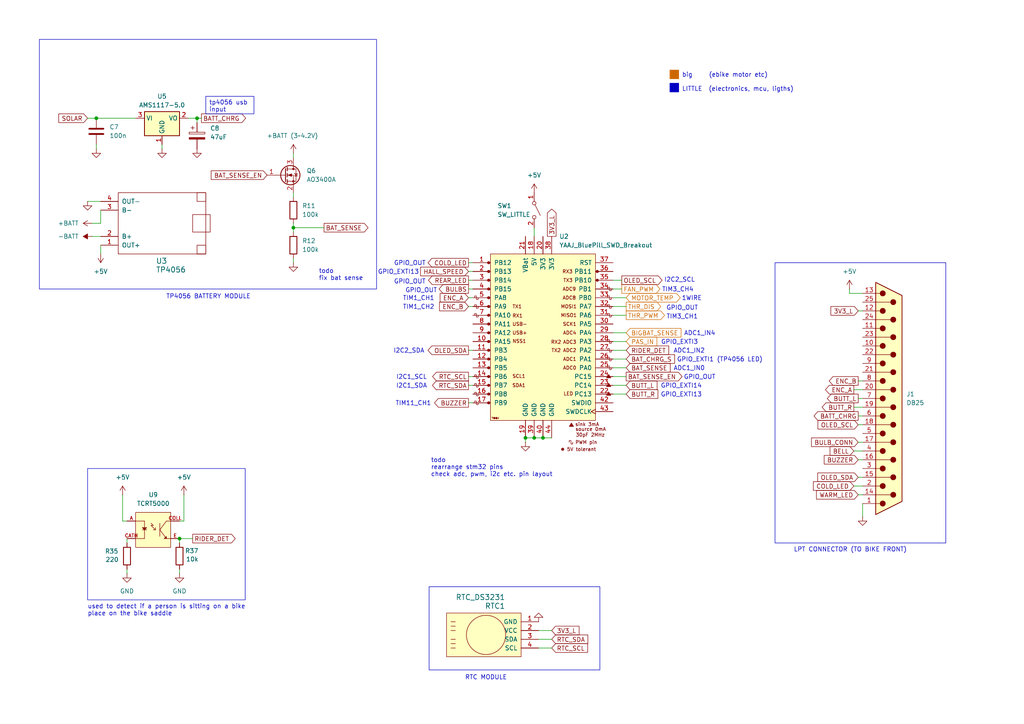
<source format=kicad_sch>
(kicad_sch (version 20231120) (generator "eeschema") (generator_version "8.0")
  (paper "A4")
  (lib_symbols
    (symbol "Connector:DB25_Plug" (pin_names (offset 1.016) hide)
      (property "Reference" "J" (at 0 34.29 0))
      (property "Value" "DB25_Plug" (at 0 -34.925 0))
      (symbol "DB25_Plug_0_1"
        (circle (center -1.778 -30.48) (radius 0.762) (fill (type outline)))
        (circle (center -1.778 -25.4) (radius 0.762) (fill (type outline)))
        (circle (center -1.778 -20.32) (radius 0.762) (fill (type outline)))
        (circle (center -1.778 -15.24) (radius 0.762) (fill (type outline)))
        (circle (center -1.778 -10.16) (radius 0.762) (fill (type outline)))
        (circle (center -1.778 -5.08) (radius 0.762) (fill (type outline)))
        (circle (center -1.778 0) (radius 0.762) (fill (type outline)))
        (circle (center -1.778 5.08) (radius 0.762) (fill (type outline)))
        (circle (center -1.778 10.16) (radius 0.762) (fill (type outline)))
        (circle (center -1.778 15.24) (radius 0.762) (fill (type outline)))
        (circle (center -1.778 20.32) (radius 0.762) (fill (type outline)))
        (circle (center -1.778 25.4) (radius 0.762) (fill (type outline)))
        (circle (center -1.778 30.48) (radius 0.762) (fill (type outline)))
        (polyline (pts (xy -3.81 -30.48) (xy -2.54 -30.48)))
        (polyline (pts (xy -3.81 -27.94) (xy 0.508 -27.94)))
        (polyline (pts (xy -3.81 -25.4) (xy -2.54 -25.4)))
        (polyline (pts (xy -3.81 -22.86) (xy 0.508 -22.86)))
        (polyline (pts (xy -3.81 -20.32) (xy -2.54 -20.32)))
        (polyline (pts (xy -3.81 -17.78) (xy 0.508 -17.78)))
        (polyline (pts (xy -3.81 -15.24) (xy -2.54 -15.24)))
        (polyline (pts (xy -3.81 -12.7) (xy 0.508 -12.7)))
        (polyline (pts (xy -3.81 -10.16) (xy -2.54 -10.16)))
        (polyline (pts (xy -3.81 -7.62) (xy 0.508 -7.62)))
        (polyline (pts (xy -3.81 -5.08) (xy -2.54 -5.08)))
        (polyline (pts (xy -3.81 -2.54) (xy 0.508 -2.54)))
        (polyline (pts (xy -3.81 0) (xy -2.54 0)))
        (polyline (pts (xy -3.81 2.54) (xy 0.508 2.54)))
        (polyline (pts (xy -3.81 5.08) (xy -2.54 5.08)))
        (polyline (pts (xy -3.81 7.62) (xy 0.508 7.62)))
        (polyline (pts (xy -3.81 10.16) (xy -2.54 10.16)))
        (polyline (pts (xy -3.81 12.7) (xy 0.508 12.7)))
        (polyline (pts (xy -3.81 15.24) (xy -2.54 15.24)))
        (polyline (pts (xy -3.81 17.78) (xy 0.508 17.78)))
        (polyline (pts (xy -3.81 20.32) (xy -2.54 20.32)))
        (polyline (pts (xy -3.81 22.86) (xy 0.508 22.86)))
        (polyline (pts (xy -3.81 25.4) (xy -2.54 25.4)))
        (polyline (pts (xy -3.81 27.94) (xy 0.508 27.94)))
        (polyline (pts (xy -3.81 30.48) (xy -2.54 30.48)))
        (polyline (pts (xy -3.81 -33.655) (xy 3.81 -29.845) (xy 3.81 29.845) (xy -3.81 33.655) (xy -3.81 -33.655)) (stroke (width 0.254)) (fill (type background)))
        (circle (center 1.27 -27.94) (radius 0.762) (fill (type outline)))
        (circle (center 1.27 -22.86) (radius 0.762) (fill (type outline)))
        (circle (center 1.27 -17.78) (radius 0.762) (fill (type outline)))
        (circle (center 1.27 -12.7) (radius 0.762) (fill (type outline)))
        (circle (center 1.27 -7.62) (radius 0.762) (fill (type outline)))
        (circle (center 1.27 -2.54) (radius 0.762) (fill (type outline)))
        (circle (center 1.27 2.54) (radius 0.762) (fill (type outline)))
        (circle (center 1.27 7.62) (radius 0.762) (fill (type outline)))
        (circle (center 1.27 12.7) (radius 0.762) (fill (type outline)))
        (circle (center 1.27 17.78) (radius 0.762) (fill (type outline)))
        (circle (center 1.27 22.86) (radius 0.762) (fill (type outline)))
        (circle (center 1.27 27.94) (radius 0.762) (fill (type outline)))
      )
      (symbol "DB25_Plug_1_1"
        (pin passive line (at -7.62 -30.48 0) (length 3.81) (name "1") (number "1"))
        (pin passive line (at -7.62 15.24 0) (length 3.81) (name "10") (number "10"))
        (pin passive line (at -7.62 20.32 0) (length 3.81) (name "11") (number "11"))
        (pin passive line (at -7.62 25.4 0) (length 3.81) (name "12") (number "12"))
        (pin passive line (at -7.62 30.48 0) (length 3.81) (name "13") (number "13"))
        (pin passive line (at -7.62 -27.94 0) (length 3.81) (name "P14") (number "14"))
        (pin passive line (at -7.62 -22.86 0) (length 3.81) (name "P15") (number "15"))
        (pin passive line (at -7.62 -17.78 0) (length 3.81) (name "P16") (number "16"))
        (pin passive line (at -7.62 -12.7 0) (length 3.81) (name "P17") (number "17"))
        (pin passive line (at -7.62 -7.62 0) (length 3.81) (name "P18") (number "18"))
        (pin passive line (at -7.62 -2.54 0) (length 3.81) (name "P19") (number "19"))
        (pin passive line (at -7.62 -25.4 0) (length 3.81) (name "2") (number "2"))
        (pin passive line (at -7.62 2.54 0) (length 3.81) (name "P20") (number "20"))
        (pin passive line (at -7.62 7.62 0) (length 3.81) (name "P21") (number "21"))
        (pin passive line (at -7.62 12.7 0) (length 3.81) (name "P22") (number "22"))
        (pin passive line (at -7.62 17.78 0) (length 3.81) (name "P23") (number "23"))
        (pin passive line (at -7.62 22.86 0) (length 3.81) (name "P24") (number "24"))
        (pin passive line (at -7.62 27.94 0) (length 3.81) (name "P25") (number "25"))
        (pin passive line (at -7.62 -20.32 0) (length 3.81) (name "3") (number "3"))
        (pin passive line (at -7.62 -15.24 0) (length 3.81) (name "4") (number "4"))
        (pin passive line (at -7.62 -10.16 0) (length 3.81) (name "5") (number "5"))
        (pin passive line (at -7.62 -5.08 0) (length 3.81) (name "6") (number "6"))
        (pin passive line (at -7.62 0 0) (length 3.81) (name "7") (number "7"))
        (pin passive line (at -7.62 5.08 0) (length 3.81) (name "8") (number "8"))
        (pin passive line (at -7.62 10.16 0) (length 3.81) (name "9") (number "9"))
      )
    )
    (symbol "Device:C" (pin_numbers hide) (pin_names (offset 0.254))
      (property "Reference" "C" (at 0.635 2.54 0))
      (property "Value" "C" (at 0.635 -2.54 0))
      (symbol "C_0_1"
        (polyline (pts (xy -2.032 -0.762) (xy 2.032 -0.762)) (stroke (width 0.508)))
        (polyline (pts (xy -2.032 0.762) (xy 2.032 0.762)) (stroke (width 0.508)))
      )
      (symbol "C_1_1"
        (pin passive line (at 0 3.81 270) (length 2.794) (name "~") (number "1"))
        (pin passive line (at 0 -3.81 90) (length 2.794) (name "~") (number "2"))
      )
    )
    (symbol "Device:C_Polarized" (pin_numbers hide) (pin_names (offset 0.254))
      (property "Reference" "C" (at 0.635 2.54 0))
      (property "Value" "C_Polarized" (at 0.635 -2.54 0))
      (symbol "C_Polarized_0_1"
        (rectangle (start -2.286 0.508) (end 2.286 1.016))
        (polyline (pts (xy -1.778 2.286) (xy -0.762 2.286)))
        (polyline (pts (xy -1.27 2.794) (xy -1.27 1.778)))
        (rectangle (start 2.286 -0.508) (end -2.286 -1.016) (fill (type outline)))
      )
      (symbol "C_Polarized_1_1"
        (pin passive line (at 0 3.81 270) (length 2.794) (name "~") (number "1"))
        (pin passive line (at 0 -3.81 90) (length 2.794) (name "~") (number "2"))
      )
    )
    (symbol "Device:R" (pin_numbers hide) (pin_names (offset 0))
      (property "Reference" "R" (at 2.032 0 90))
      (property "Value" "R" (at 0 0 90))
      (symbol "R_0_1"
        (rectangle (start -1.016 -2.54) (end 1.016 2.54) (stroke (width 0.254)))
      )
      (symbol "R_1_1"
        (pin passive line (at 0 3.81 270) (length 1.27) (name "~") (number "1"))
        (pin passive line (at 0 -3.81 90) (length 1.27) (name "~") (number "2"))
      )
    )
    (symbol "Regulator_Linear:AMS1117-5.0"
      (property "Reference" "U" (at -3.81 3.175 0))
      (property "Value" "AMS1117-5.0" (at 0 3.175 0))
      (symbol "AMS1117-5.0_0_1"
        (rectangle (start -5.08 -5.08) (end 5.08 1.905) (stroke (width 0.254)) (fill (type background)))
      )
      (symbol "AMS1117-5.0_1_1"
        (pin power_in line (at 0 -7.62 90) (length 2.54) (name "GND") (number "1"))
        (pin power_out line (at 7.62 0 180) (length 2.54) (name "VO") (number "2"))
        (pin power_in line (at -7.62 0 0) (length 2.54) (name "VI") (number "3"))
      )
    )
    (symbol "Switch:SW_SPST" (pin_names (offset 0) hide)
      (property "Reference" "SW" (at 0 3.175 0))
      (property "Value" "SW_SPST" (at 0 -2.54 0))
      (symbol "SW_SPST_0_0"
        (circle (center -2.032 0) (radius 0.508))
        (polyline (pts (xy -1.524 0.254) (xy 1.524 1.778)))
        (circle (center 2.032 0) (radius 0.508))
      )
      (symbol "SW_SPST_1_1"
        (pin passive line (at -5.08 0 0) (length 2.54) (name "A") (number "1"))
        (pin passive line (at 5.08 0 180) (length 2.54) (name "B") (number "2"))
      )
    )
    (symbol "TCRT5000:TCRT5000" (pin_names (offset 1.016))
      (property "Reference" "U" (at -5.0887 5.7248 0))
      (property "Value" "TCRT5000" (at -5.0838 -5.7193 0))
      (symbol "TCRT5000_0_0"
        (rectangle (start -5.08 -5.08) (end 5.08 5.08) (stroke (width 0.1524)) (fill (type background)))
        (polyline (pts (xy -5.08 2.54) (xy -2.54 2.54)) (stroke (width 0.1524)))
        (polyline (pts (xy -3.175 0) (xy -1.905 0)) (stroke (width 0.1524)))
        (polyline (pts (xy -2.54 -2.54) (xy -5.08 -2.54)) (stroke (width 0.1524)))
        (polyline (pts (xy -2.54 2.54) (xy -2.54 -2.54)) (stroke (width 0.1524)))
        (polyline (pts (xy -0.635 1.27) (xy 0.635 0)) (stroke (width 0.1524)))
        (polyline (pts (xy -0.635 1.905) (xy 0 1.27)) (stroke (width 0.1524)))
        (polyline (pts (xy 0 1.27) (xy -0.635 1.27)) (stroke (width 0.1524)))
        (polyline (pts (xy 0.635 0) (xy 0 0)) (stroke (width 0.1524)))
        (polyline (pts (xy 0.635 0.635) (xy 0.635 0)) (stroke (width 0.1524)))
        (polyline (pts (xy 1.905 0) (xy 1.905 -1.905)) (stroke (width 0.1524)))
        (polyline (pts (xy 1.905 0) (xy 3.81 -2.54)) (stroke (width 0.1524)))
        (polyline (pts (xy 1.905 0) (xy 3.81 2.54)) (stroke (width 0.1524)))
        (polyline (pts (xy 1.905 1.905) (xy 1.905 0)) (stroke (width 0.1524)))
        (polyline (pts (xy 3.81 -2.54) (xy 5.08 -2.54)) (stroke (width 0.1524)))
        (polyline (pts (xy 3.81 2.54) (xy 5.08 2.54)) (stroke (width 0.1524)))
        (polyline (pts (xy -3.175 0.635) (xy -1.905 0.635) (xy -2.54 0) (xy -3.175 0.635)) (stroke (width 0.1524)) (fill (type outline)))
        (polyline (pts (xy 3.175 -2.54) (xy 3.81 -2.54) (xy 3.81 -1.905) (xy 3.175 -2.54)) (stroke (width 0.1524)) (fill (type outline)))
        (pin passive line (at -7.62 2.54 0) (length 2.54) (name "~") (number "A"))
        (pin passive line (at -7.62 -2.54 0) (length 2.54) (name "~") (number "CATH"))
        (pin passive line (at 7.62 2.54 180) (length 2.54) (name "~") (number "COLL"))
        (pin passive line (at 7.62 -2.54 180) (length 2.54) (name "~") (number "E"))
      )
    )
    (symbol "Transistor_FET:AO3400A" (pin_names hide)
      (property "Reference" "Q" (at 5.08 1.905 0))
      (property "Value" "AO3400A" (at 5.08 0 0))
      (symbol "AO3400A_0_1"
        (polyline (pts (xy 0.254 0) (xy -2.54 0)))
        (polyline (pts (xy 0.254 1.905) (xy 0.254 -1.905)) (stroke (width 0.254)))
        (polyline (pts (xy 0.762 -1.27) (xy 0.762 -2.286)) (stroke (width 0.254)))
        (polyline (pts (xy 0.762 0.508) (xy 0.762 -0.508)) (stroke (width 0.254)))
        (polyline (pts (xy 0.762 2.286) (xy 0.762 1.27)) (stroke (width 0.254)))
        (polyline (pts (xy 2.54 2.54) (xy 2.54 1.778)))
        (polyline (pts (xy 2.54 -2.54) (xy 2.54 0) (xy 0.762 0)))
        (polyline (pts (xy 0.762 -1.778) (xy 3.302 -1.778) (xy 3.302 1.778) (xy 0.762 1.778)))
        (polyline (pts (xy 1.016 0) (xy 2.032 0.381) (xy 2.032 -0.381) (xy 1.016 0)) (fill (type outline)))
        (polyline (pts (xy 2.794 0.508) (xy 2.921 0.381) (xy 3.683 0.381) (xy 3.81 0.254)))
        (polyline (pts (xy 3.302 0.381) (xy 2.921 -0.254) (xy 3.683 -0.254) (xy 3.302 0.381)))
        (circle (center 1.651 0) (radius 2.794) (stroke (width 0.254)))
        (circle (center 2.54 -1.778) (radius 0.254) (fill (type outline)))
        (circle (center 2.54 1.778) (radius 0.254) (fill (type outline)))
      )
      (symbol "AO3400A_1_1"
        (pin input line (at -5.08 0 0) (length 2.54) (name "G") (number "1"))
        (pin passive line (at 2.54 -5.08 90) (length 2.54) (name "S") (number "2"))
        (pin passive line (at 2.54 5.08 270) (length 2.54) (name "D") (number "3"))
      )
    )
    (symbol "YAAJ_BluePill_SWD_Breakout:YAAJ_BluePill_SWD_Breakout" (pin_names (offset 1.016))
      (property "Reference" "U" (at -13.97 24.13 0))
      (property "Value" "YAAJ_BluePill_SWD_Breakout" (at 0 -1.27 90))
      (symbol "YAAJ_BluePill_SWD_Breakout_0_0"
        (circle (center -15.748 -20.32) (radius 0.3556) (fill (type outline)))
        (circle (center -15.748 -17.78) (radius 0.3556) (fill (type outline)))
        (circle (center -15.748 -15.24) (radius 0.3556) (fill (type outline)))
        (circle (center -15.748 -12.7) (radius 0.3556) (fill (type outline)))
        (circle (center -15.748 -10.16) (radius 0.3556) (fill (type outline)))
        (circle (center -15.748 -7.62) (radius 0.3556) (fill (type outline)))
        (circle (center -15.748 -5.08) (radius 0.3556) (fill (type outline)))
        (circle (center -15.748 -2.54) (radius 0.3556) (fill (type outline)))
        (circle (center -15.748 0) (radius 0.3556) (fill (type outline)))
        (circle (center -15.748 2.54) (radius 0.3556) (fill (type outline)))
        (circle (center -15.748 5.08) (radius 0.3556) (fill (type outline)))
        (circle (center -15.748 7.62) (radius 0.3556) (fill (type outline)))
        (circle (center -15.748 10.16) (radius 0.3556) (fill (type outline)))
        (circle (center -15.748 12.7) (radius 0.3556) (fill (type outline)))
        (circle (center -15.748 15.24) (radius 0.3556) (fill (type outline)))
        (circle (center -15.748 20.32) (radius 0.3556) (fill (type outline)))
        (polyline (pts (xy 7.62 -27.178) (xy 8.255 -26.162) (xy 8.89 -27.178) (xy 7.62 -27.178) (xy 8.255 -26.289) (xy 8.763 -27.178) (xy 7.747 -27.051) (xy 8.255 -26.416) (xy 8.636 -27.178) (xy 7.874 -26.924) (xy 8.382 -26.543) (xy 8.509 -27.178) (xy 8.001 -26.797) (xy 8.509 -26.67) (xy 8.382 -27.051) (xy 8.128 -26.797) (xy 8.382 -26.924) (xy 8.255 -26.67)))
        (polyline (pts (xy 18.415 -18.161) (xy 19.05 -17.145) (xy 19.685 -18.161) (xy 18.415 -18.161) (xy 19.05 -17.272) (xy 19.558 -18.161) (xy 18.542 -18.034) (xy 19.05 -17.399) (xy 19.431 -18.161) (xy 18.669 -17.907) (xy 19.177 -17.526) (xy 19.304 -18.161) (xy 18.796 -17.78) (xy 19.304 -17.653) (xy 19.177 -18.034) (xy 18.923 -17.78) (xy 19.177 -17.907) (xy 19.05 -17.653)))
        (polyline (pts (xy 18.415 -15.621) (xy 19.05 -14.605) (xy 19.685 -15.621) (xy 18.415 -15.621) (xy 19.05 -14.732) (xy 19.558 -15.621) (xy 18.542 -15.494) (xy 19.05 -14.859) (xy 19.431 -15.621) (xy 18.669 -15.367) (xy 19.177 -14.986) (xy 19.304 -15.621) (xy 18.796 -15.24) (xy 19.304 -15.113) (xy 19.177 -15.494) (xy 18.923 -15.24) (xy 19.177 -15.367) (xy 19.05 -15.113)))
        (polyline (pts (xy 18.415 -13.081) (xy 19.05 -12.065) (xy 19.685 -13.081) (xy 18.415 -13.081) (xy 19.05 -12.192) (xy 19.558 -13.081) (xy 18.542 -12.954) (xy 19.05 -12.319) (xy 19.431 -13.081) (xy 18.669 -12.827) (xy 19.177 -12.446) (xy 19.304 -13.081) (xy 18.796 -12.7) (xy 19.304 -12.573) (xy 19.177 -12.954) (xy 18.923 -12.7) (xy 19.177 -12.827) (xy 19.05 -12.573)))
        (circle (center 5.715 -33.782) (radius 0.127) (fill (type outline)))
        (circle (center 5.715 -33.782) (radius 0.254))
        (circle (center 5.715 -33.782) (radius 0.3556))
        (circle (center 15.748 15.24) (radius 0.254) (fill (type outline)))
        (circle (center 15.748 15.24) (radius 0.3556))
        (circle (center 15.748 17.78) (radius 0.254) (fill (type outline)))
        (circle (center 15.748 17.78) (radius 0.3556))
        (text "30pF 2MHz" (at 13.716 -29.591 0) (effects (font (size 0.9906 0.9906))))
        (text "5V tolerant" (at 11.176 -33.782 0) (effects (font (size 0.9906 0.9906))))
        (text "ADC0" (at 7.747 -10.16 0) (effects (font (size 0.9906 0.9906))))
        (text "ADC1" (at 7.747 -7.62 0) (effects (font (size 0.9906 0.9906))))
        (text "ADC2" (at 7.747 -5.08 0) (effects (font (size 0.9906 0.9906))))
        (text "ADC3" (at 7.747 -2.667 0) (effects (font (size 0.9906 0.9906))))
        (text "ADC4" (at 7.747 0 0) (effects (font (size 0.9906 0.9906))))
        (text "ADC8" (at 7.62 10.16 0) (effects (font (size 0.9906 0.9906))))
        (text "ADC9" (at 7.62 12.7 0) (effects (font (size 0.9906 0.9906))))
        (text "LED" (at 7.366 -17.653 0) (effects (font (size 0.9906 0.9906))))
        (text "MISO1" (at 7.493 5.08 0) (effects (font (size 0.9906 0.9906))))
        (text "MOSI1" (at 7.493 7.62 0) (effects (font (size 0.9906 0.9906))))
        (text "NSS1" (at -6.858 -2.413 0) (effects (font (size 0.9906 0.9906))))
        (text "PWM pin" (at 12.573 -31.75 0) (effects (font (size 0.9906 0.9906))))
        (text "RX1" (at -7.366 4.953 0) (effects (font (size 0.9906 0.9906))))
        (text "RX2" (at 3.81 -2.667 0) (effects (font (size 0.9906 0.9906))))
        (text "RX3" (at 7.112 17.78 0) (effects (font (size 0.9906 0.9906))))
        (text "SCK1" (at 7.747 2.54 0) (effects (font (size 0.9906 0.9906))))
        (text "SCL1" (at -6.985 -12.573 0) (effects (font (size 0.9906 0.9906))))
        (text "SDA1" (at -6.985 -15.24 0) (effects (font (size 0.9906 0.9906))))
        (text "sink 3mA" (at 12.827 -26.543 0) (effects (font (size 0.9906 0.9906))))
        (text "source 0mA" (at 13.843 -27.94 0) (effects (font (size 0.9906 0.9906))))
        (text "TX1" (at -7.493 7.62 0) (effects (font (size 0.9906 0.9906))))
        (text "TX2" (at 3.81 -5.08 0) (effects (font (size 0.9906 0.9906))))
        (text "TX3" (at 7.239 15.24 0) (effects (font (size 0.9906 0.9906))))
        (text "USB+" (at -6.731 0 0) (effects (font (size 0.9906 0.9906))))
        (text "USB-" (at -6.731 2.54 0) (effects (font (size 0.9906 0.9906))))
        (text "Y@@J" (at -13.8176 -24.6888 0) (effects (font (size 0.508 0.508))))
      )
      (symbol "YAAJ_BluePill_SWD_Breakout_0_1"
        (rectangle (start -15.24 22.86) (end 15.24 -25.4) (fill (type background)))
        (polyline (pts (xy -18.796 -20.32) (xy -18.796 -20.828) (xy -19.304 -20.828) (xy -19.304 -19.812) (xy -19.812 -19.812) (xy -19.812 -20.32)))
        (polyline (pts (xy -18.796 -17.78) (xy -18.796 -18.288) (xy -19.304 -18.288) (xy -19.304 -17.272) (xy -19.812 -17.272) (xy -19.812 -17.78)))
        (polyline (pts (xy -18.796 -15.24) (xy -18.796 -15.748) (xy -19.304 -15.748) (xy -19.304 -14.732) (xy -19.812 -14.732) (xy -19.812 -15.24)))
        (polyline (pts (xy -18.796 -12.7) (xy -18.796 -13.208) (xy -19.304 -13.208) (xy -19.304 -12.192) (xy -19.812 -12.192) (xy -19.812 -12.7)))
        (polyline (pts (xy -18.796 5.08) (xy -18.796 4.572) (xy -19.304 4.572) (xy -19.304 5.588) (xy -19.812 5.588) (xy -19.812 5.08)))
        (polyline (pts (xy -18.796 7.62) (xy -18.796 7.112) (xy -19.304 7.112) (xy -19.304 8.128) (xy -19.812 8.128) (xy -19.812 7.62)))
        (polyline (pts (xy -18.796 10.16) (xy -18.796 9.652) (xy -19.304 9.652) (xy -19.304 10.668) (xy -19.812 10.668) (xy -19.812 10.16)))
        (polyline (pts (xy 8.636 -31.75) (xy 8.636 -32.258) (xy 8.128 -32.258) (xy 8.128 -31.242) (xy 7.62 -31.242) (xy 7.62 -31.75)))
        (polyline (pts (xy 19.812 -10.16) (xy 19.812 -10.668) (xy 19.304 -10.668) (xy 19.304 -9.652) (xy 18.796 -9.652) (xy 18.796 -10.16)))
        (polyline (pts (xy 19.812 -7.62) (xy 19.812 -8.128) (xy 19.304 -8.128) (xy 19.304 -7.112) (xy 18.796 -7.112) (xy 18.796 -7.62)))
        (polyline (pts (xy 19.812 -5.08) (xy 19.812 -5.588) (xy 19.304 -5.588) (xy 19.304 -4.572) (xy 18.796 -4.572) (xy 18.796 -5.08)))
        (polyline (pts (xy 19.812 -2.54) (xy 19.812 -3.048) (xy 19.304 -3.048) (xy 19.304 -2.032) (xy 18.796 -2.032) (xy 18.796 -2.54)))
        (polyline (pts (xy 19.812 5.08) (xy 19.812 4.572) (xy 19.304 4.572) (xy 19.304 5.588) (xy 18.796 5.588) (xy 18.796 5.08)))
        (polyline (pts (xy 19.812 7.62) (xy 19.812 7.112) (xy 19.304 7.112) (xy 19.304 8.128) (xy 18.796 8.128) (xy 18.796 7.62)))
        (polyline (pts (xy 19.812 10.16) (xy 19.812 9.652) (xy 19.304 9.652) (xy 19.304 10.668) (xy 18.796 10.668) (xy 18.796 10.16)))
        (polyline (pts (xy 19.812 12.7) (xy 19.812 12.192) (xy 19.304 12.192) (xy 19.304 13.208) (xy 18.796 13.208) (xy 18.796 12.7)))
      )
      (symbol "YAAJ_BluePill_SWD_Breakout_1_1"
        (circle (center -15.748 17.78) (radius 0.3556) (fill (type outline)))
        (pin bidirectional line (at -20.32 20.32 0) (length 5.08) (name "PB12") (number "1"))
        (pin bidirectional line (at -20.32 -2.54 0) (length 5.08) (name "PA15") (number "10"))
        (pin bidirectional line (at -20.32 -5.08 0) (length 5.08) (name "PB3") (number "11"))
        (pin bidirectional line (at -20.32 -7.62 0) (length 5.08) (name "PB4") (number "12"))
        (pin bidirectional line (at -20.32 -10.16 0) (length 5.08) (name "PB5") (number "13"))
        (pin bidirectional line (at -20.32 -12.7 0) (length 5.08) (name "PB6") (number "14"))
        (pin bidirectional line (at -20.32 -15.24 0) (length 5.08) (name "PB7") (number "15"))
        (pin bidirectional line (at -20.32 -17.78 0) (length 5.08) (name "PB8") (number "16"))
        (pin bidirectional line (at -20.32 -20.32 0) (length 5.08) (name "PB9") (number "17"))
        (pin power_in line (at -2.54 27.94 270) (length 5.08) (name "5V") (number "18"))
        (pin power_in line (at -5.08 -30.48 90) (length 5.08) (name "GND") (number "19"))
        (pin bidirectional line (at -20.32 17.78 0) (length 5.08) (name "PB13") (number "2"))
        (pin power_in line (at 0 27.94 270) (length 5.08) (name "3V3") (number "20"))
        (pin power_in line (at -5.08 27.94 270) (length 5.08) (name "VBat") (number "21"))
        (pin bidirectional line (at 20.32 -17.78 180) (length 5.08) (name "PC13") (number "22"))
        (pin bidirectional line (at 20.32 -15.24 180) (length 5.08) (name "PC14") (number "23"))
        (pin bidirectional line (at 20.32 -12.7 180) (length 5.08) (name "PC15") (number "24"))
        (pin bidirectional line (at 20.32 -10.16 180) (length 5.08) (name "PA0") (number "25"))
        (pin bidirectional line (at 20.32 -7.62 180) (length 5.08) (name "PA1") (number "26"))
        (pin bidirectional line (at 20.32 -5.08 180) (length 5.08) (name "PA2") (number "27"))
        (pin bidirectional line (at 20.32 -2.54 180) (length 5.08) (name "PA3") (number "28"))
        (pin bidirectional line (at 20.32 0 180) (length 5.08) (name "PA4") (number "29"))
        (pin bidirectional line (at -20.32 15.24 0) (length 5.08) (name "PB14") (number "3"))
        (pin bidirectional line (at 20.32 2.54 180) (length 5.08) (name "PA5") (number "30"))
        (pin bidirectional line (at 20.32 5.08 180) (length 5.08) (name "PA6") (number "31"))
        (pin bidirectional line (at 20.32 7.62 180) (length 5.08) (name "PA7") (number "32"))
        (pin bidirectional line (at 20.32 10.16 180) (length 5.08) (name "PB0") (number "33"))
        (pin bidirectional line (at 20.32 12.7 180) (length 5.08) (name "PB1") (number "34"))
        (pin bidirectional line (at 20.32 15.24 180) (length 5.08) (name "PB10") (number "35"))
        (pin bidirectional line (at 20.32 17.78 180) (length 5.08) (name "PB11") (number "36"))
        (pin input line (at 20.32 20.32 180) (length 5.08) (name "RST") (number "37"))
        (pin power_in line (at 2.54 27.94 270) (length 5.08) (name "3V3") (number "38"))
        (pin power_in line (at -2.54 -30.48 90) (length 5.08) (name "GND") (number "39"))
        (pin bidirectional line (at -20.32 12.7 0) (length 5.08) (name "PB15") (number "4"))
        (pin power_in line (at 0 -30.48 90) (length 5.08) (name "GND") (number "40"))
        (pin bidirectional line (at 20.32 -20.32 180) (length 5.08) (name "SWDIO") (number "42"))
        (pin input clock (at 20.32 -22.86 180) (length 5.08) (name "SWDCLK") (number "43"))
        (pin power_in line (at 2.54 -30.48 90) (length 5.08) (name "GND") (number "44"))
        (pin bidirectional line (at -20.32 10.16 0) (length 5.08) (name "PA8") (number "5"))
        (pin bidirectional line (at -20.32 7.62 0) (length 5.08) (name "PA9") (number "6"))
        (pin bidirectional line (at -20.32 5.08 0) (length 5.08) (name "PA10") (number "7"))
        (pin bidirectional line (at -20.32 2.54 0) (length 5.08) (name "PA11") (number "8"))
        (pin bidirectional line (at -20.32 0 0) (length 5.08) (name "PA12") (number "9"))
      )
    )
    (symbol "megasaturnv_custom_components:RTC_DS3231" (pin_names (offset 1.016))
      (property "Reference" "RTC" (at 0 -6.35 0))
      (property "Value" "RTC_DS3231" (at 0 8.89 0))
      (symbol "RTC_DS3231_0_1"
        (rectangle (start -11.43 7.62) (end 10.16 -5.08) (fill (type background)))
        (polyline (pts (xy -10.16 -2.54) (xy -8.89 -2.54)))
        (polyline (pts (xy -10.16 -1.27) (xy -8.89 -1.27)))
        (polyline (pts (xy -10.16 0) (xy -8.89 0)))
        (polyline (pts (xy -10.16 2.54) (xy -8.89 2.54)))
        (polyline (pts (xy -10.16 3.81) (xy -8.89 3.81)))
        (polyline (pts (xy -10.16 5.08) (xy -8.89 5.08)))
        (circle (center 0 1.27) (radius 5.6896))
      )
      (symbol "RTC_DS3231_1_1"
        (pin power_in line (at 15.24 5.08 180) (length 5.08) (name "GND") (number "1"))
        (pin power_in line (at 15.24 2.54 180) (length 5.08) (name "VCC") (number "2"))
        (pin bidirectional line (at 15.24 0 180) (length 5.08) (name "SDA") (number "3"))
        (pin input line (at 15.24 -2.54 180) (length 5.08) (name "SCL") (number "4"))
      )
    )
    (symbol "megasaturnv_custom_components:TP4056" (pin_names (offset 1.016))
      (property "Reference" "U" (at 1.27 -10.16 0))
      (property "Value" "TP4056" (at 1.27 -7.62 0))
      (symbol "TP4056_0_1"
        (rectangle (start -7.62 -17.78) (end -5.08 -20.32))
        (rectangle (start -7.62 5.08) (end 10.16 -20.32))
        (rectangle (start -1.27 -16.51) (end 3.81 -21.59))
        (rectangle (start 7.62 -17.78) (end 10.16 -20.32))
      )
      (symbol "TP4056_1_1"
        (pin power_in line (at -5.08 10.16 270) (length 5.08) (name "OUT+") (number "1"))
        (pin power_in line (at -2.54 10.16 270) (length 5.08) (name "B+") (number "2"))
        (pin power_out line (at 5.08 10.16 270) (length 5.08) (name "B-") (number "3"))
        (pin power_out line (at 7.62 10.16 270) (length 5.08) (name "OUT-") (number "4"))
      )
    )
    (symbol "power:+5V" (power) (pin_numbers hide) (pin_names (offset 0) hide)
      (property "Value" "+5V" (at 0 3.556 0))
      (symbol "+5V_0_1"
        (polyline (pts (xy -0.762 1.27) (xy 0 2.54)))
        (polyline (pts (xy 0 0) (xy 0 2.54)))
        (polyline (pts (xy 0 2.54) (xy 0.762 1.27)))
      )
      (symbol "+5V_1_1"
        (pin power_in line (at 0 0 90) (length 0) (name "~") (number "1"))
      )
    )
    (symbol "power:+BATT" (power) (pin_numbers hide) (pin_names (offset 0) hide)
      (property "Value" "+BATT" (at 0 3.556 0))
      (symbol "+BATT_0_1"
        (polyline (pts (xy -0.762 1.27) (xy 0 2.54)))
        (polyline (pts (xy 0 0) (xy 0 2.54)))
        (polyline (pts (xy 0 2.54) (xy 0.762 1.27)))
      )
      (symbol "+BATT_1_1"
        (pin power_in line (at 0 0 90) (length 0) (name "~") (number "1"))
      )
    )
    (symbol "power:-BATT" (power) (pin_numbers hide) (pin_names (offset 0) hide)
      (property "Value" "-BATT" (at 0 3.556 0))
      (symbol "-BATT_0_1"
        (polyline (pts (xy 0 0) (xy 0 2.54)))
        (polyline (pts (xy 0.762 1.27) (xy -0.762 1.27) (xy 0 2.54) (xy 0.762 1.27)) (fill (type outline)))
      )
      (symbol "-BATT_1_1"
        (pin power_in line (at 0 0 90) (length 0) (name "~") (number "1"))
      )
    )
    (symbol "power:GND" (power) (pin_numbers hide) (pin_names (offset 0) hide)
      (property "Value" "GND" (at 0 -3.81 0))
      (symbol "GND_0_1"
        (polyline (pts (xy 0 0) (xy 0 -1.27) (xy 1.27 -1.27) (xy 0 -2.54) (xy -1.27 -1.27) (xy 0 -1.27)))
      )
      (symbol "GND_1_1"
        (pin power_in line (at 0 0 270) (length 0) (name "~") (number "1"))
      )
    )
  )
  (junction (at 27.94 34.29))
  (junction (at 57.15 34.29))
  (junction (at 154.94 127))
  (junction (at 85.09 66.04))
  (junction (at 157.48 127))
  (junction (at 152.4 127))
  (junction (at 52.07 156.21))
  (wire (pts (xy 135.89 88.9) (xy 137.16 88.9)))
  (wire (pts (xy 36.83 165.1) (xy 36.83 166.37)))
  (wire (pts (xy 181.61 106.68) (xy 177.8 106.68)))
  (wire (pts (xy 58.42 34.29) (xy 57.15 34.29)))
  (wire (pts (xy 52.07 165.1) (xy 52.07 166.37)))
  (wire (pts (xy 160.02 187.96) (xy 156.21 187.96)))
  (wire (pts (xy 181.61 109.22) (xy 177.8 109.22)))
  (wire (pts (xy 248.92 123.19) (xy 250.19 123.19)))
  (wire (pts (xy 177.8 83.82) (xy 180.34 83.82)))
  (wire (pts (xy 135.89 86.36) (xy 137.16 86.36)))
  (wire (pts (xy 246.38 85.09) (xy 250.19 85.09)))
  (wire (pts (xy 36.83 157.48) (xy 36.83 156.21)))
  (wire (pts (xy 52.07 156.21) (xy 52.07 157.48)))
  (wire (pts (xy 85.09 44.45) (xy 85.09 45.72)))
  (wire (pts (xy 46.99 41.91) (xy 46.99 43.18)))
  (wire (pts (xy 52.07 156.21) (xy 55.88 156.21)))
  (wire (pts (xy 177.8 99.06) (xy 181.61 99.06)))
  (wire (pts (xy 250.19 120.65) (xy 248.92 120.65)))
  (wire (pts (xy 85.09 74.93) (xy 85.09 76.2)))
  (wire (pts (xy 177.8 101.6) (xy 181.61 101.6)))
  (wire (pts (xy 85.09 66.04) (xy 85.09 64.77)))
  (wire (pts (xy 181.61 104.14) (xy 177.8 104.14)))
  (wire (pts (xy 247.65 140.97) (xy 250.19 140.97)))
  (wire (pts (xy 152.4 128.27) (xy 152.4 127)))
  (wire (pts (xy 181.61 111.76) (xy 177.8 111.76)))
  (wire (pts (xy 135.89 111.76) (xy 137.16 111.76)))
  (wire (pts (xy 248.92 90.17) (xy 250.19 90.17)))
  (wire (pts (xy 29.21 73.66) (xy 29.21 71.12)))
  (wire (pts (xy 135.89 116.84) (xy 137.16 116.84)))
  (wire (pts (xy 135.89 78.74) (xy 137.16 78.74)))
  (wire (pts (xy 85.09 55.88) (xy 85.09 57.15)))
  (wire (pts (xy 247.65 130.81) (xy 250.19 130.81)))
  (wire (pts (xy 181.61 114.3) (xy 177.8 114.3)))
  (wire (pts (xy 246.38 83.82) (xy 246.38 85.09)))
  (wire (pts (xy 26.67 68.58) (xy 29.21 68.58)))
  (wire (pts (xy 156.21 185.42) (xy 160.02 185.42)))
  (wire (pts (xy 29.21 58.42) (xy 25.4 58.42)))
  (wire (pts (xy 25.4 34.29) (xy 27.94 34.29)))
  (wire (pts (xy 160.02 182.88) (xy 156.21 182.88)))
  (wire (pts (xy 35.56 143.51) (xy 35.56 151.13)))
  (wire (pts (xy 53.34 151.13) (xy 53.34 143.51)))
  (wire (pts (xy 248.92 133.35) (xy 250.19 133.35)))
  (wire (pts (xy 177.8 96.52) (xy 181.61 96.52)))
  (wire (pts (xy 160.02 127) (xy 157.48 127)))
  (wire (pts (xy 57.15 34.29) (xy 54.61 34.29)))
  (wire (pts (xy 248.92 128.27) (xy 250.19 128.27)))
  (wire (pts (xy 250.19 113.03) (xy 247.65 113.03)))
  (wire (pts (xy 93.98 66.04) (xy 85.09 66.04)))
  (wire (pts (xy 177.8 86.36) (xy 181.61 86.36)))
  (wire (pts (xy 137.16 81.28) (xy 135.89 81.28)))
  (wire (pts (xy 154.94 68.58) (xy 154.94 66.04)))
  (wire (pts (xy 180.34 81.28) (xy 177.8 81.28)))
  (wire (pts (xy 152.4 127) (xy 154.94 127)))
  (wire (pts (xy 154.94 127) (xy 157.48 127)))
  (wire (pts (xy 137.16 76.2) (xy 135.89 76.2)))
  (wire (pts (xy 177.8 91.44) (xy 181.61 91.44)))
  (wire (pts (xy 39.37 34.29) (xy 27.94 34.29)))
  (wire (pts (xy 29.21 60.96) (xy 29.21 64.77)))
  (wire (pts (xy 85.09 67.31) (xy 85.09 66.04)))
  (wire (pts (xy 52.07 151.13) (xy 53.34 151.13)))
  (wire (pts (xy 248.92 138.43) (xy 250.19 138.43)))
  (wire (pts (xy 248.92 110.49) (xy 250.19 110.49)))
  (wire (pts (xy 137.16 83.82) (xy 135.89 83.82)))
  (wire (pts (xy 35.56 151.13) (xy 36.83 151.13)))
  (wire (pts (xy 250.19 115.57) (xy 248.92 115.57)))
  (wire (pts (xy 57.15 35.56) (xy 57.15 34.29)))
  (wire (pts (xy 135.89 101.6) (xy 137.16 101.6)))
  (wire (pts (xy 27.94 41.91) (xy 27.94 43.18)))
  (wire (pts (xy 29.21 64.77) (xy 26.67 64.77)))
  (wire (pts (xy 135.89 109.22) (xy 137.16 109.22)))
  (wire (pts (xy 248.92 143.51) (xy 250.19 143.51)))
  (wire (pts (xy 250.19 146.05) (xy 250.19 149.86)))
  (wire (pts (xy 177.8 88.9) (xy 181.61 88.9)))
  (wire (pts (xy 250.19 118.11) (xy 247.65 118.11)))
  (rectangle (start 224.79 76.2) (end 274.32 157.48))
  (rectangle (start 124.46 170.18) (end 173.99 194.31))
  (rectangle (start 11.43 11.43) (end 109.22 83.82))
  (rectangle (start 194.31 24.13) (end 196.85 26.67) (fill (type color) (color 0 0 194 1)))
  (rectangle (start 194.31 20.32) (end 196.85 22.86) (stroke (width 0) (color 204 102 0 1)) (fill (type color) (color 204 102 0 1)))
  (rectangle (start 25.4 135.89) (end 71.12 173.99))
  (text_box "big     (ebike motor etc)\n\nLITTLE  (electronics, mcu, ligths)" (at 196.85 19.8935 0) (size 37.6304 7.9803) (stroke (width -0.0001)) (effects (font (size 1.27 1.27)) (justify left top)))
  (text_box "tp4056 usb input" (at 59.69 27.94 0) (size 13.97 5.08) (effects (font (size 1.27 1.27)) (justify left top)))
  (text "GPIO_OUT" (at 118.872 76.454 0) (effects (font (size 1.27 1.27))))
  (text "used to detect if a person is sitting on a bike\nplace on the bike saddle" (at 25.4 177.038 0) (effects (font (size 1.27 1.27)) (justify left)))
  (text "I2C1_SDA\n" (at 119.38 112.014 0) (effects (font (size 1.27 1.27))))
  (text "GPIO_OUT" (at 202.946 109.474 0) (effects (font (size 1.27 1.27))))
  (text "I2C2_SCL" (at 197.104 81.28 0) (effects (font (size 1.27 1.27))))
  (text "TP4056 BATTERY MODULE" (at 60.452 86.106 0) (effects (font (size 1.27 1.27))))
  (text "GPIO_EXTI13" (at 197.612 114.554 0) (effects (font (size 1.27 1.27))))
  (text "ADC1_IN4\n" (at 202.946 96.774 0) (effects (font (size 1.27 1.27))))
  (text "GPIO_EXTI3" (at 197.104 99.314 0) (effects (font (size 1.27 1.27))))
  (text "TIM3_CH4" (at 196.596 84.074 0) (effects (font (size 1.27 1.27))))
  (text "GPIO_OUT" (at 118.872 81.788 0) (effects (font (size 1.27 1.27))))
  (text "GPIO_EXTI14" (at 197.612 112.014 0) (effects (font (size 1.27 1.27))))
  (text "TIM11_CH1" (at 119.888 117.094 0) (effects (font (size 1.27 1.27))))
  (text "GPIO_EXTI13" (at 115.57 78.994 0) (effects (font (size 1.27 1.27))))
  (text "todo\nrearrange stm32 pins\ncheck adc, pwm, i2c etc. pin layout" (at 124.968 135.636 0) (effects (font (size 1.27 1.27)) (justify left)))
  (text "ADC1_IN2\n" (at 199.898 101.854 0) (effects (font (size 1.27 1.27))))
  (text "TIM3_CH1\n" (at 197.866 91.948 0) (effects (font (size 1.27 1.27))))
  (text "I2C1_SCL\n" (at 119.38 109.474 0) (effects (font (size 1.27 1.27))))
  (text "GPIO_OUT" (at 122.174 84.328 0) (effects (font (size 1.27 1.27))))
  (text "1WIRE\n" (at 200.66 86.614 0) (effects (font (size 1.27 1.27))))
  (text "LPT CONNECTOR (TO BIKE FRONT)" (at 246.634 159.512 0) (effects (font (size 1.27 1.27))))
  (text "TIM1_CH2" (at 121.412 89.154 0) (effects (font (size 1.27 1.27))))
  (text "TIM1_CH1\n" (at 121.412 86.614 0) (effects (font (size 1.27 1.27))))
  (text "todo\nfix bat sense\n" (at 92.456 79.756 0) (effects (font (size 1.27 1.27)) (justify left)))
  (text "RTC MODULE" (at 140.97 196.596 0) (effects (font (size 1.27 1.27))))
  (text "GPIO_OUT" (at 197.866 89.408 0) (effects (font (size 1.27 1.27))))
  (text "ADC1_IN0\n" (at 199.898 106.934 0) (effects (font (size 1.27 1.27))))
  (text "I2C2_SDA\n" (at 118.618 101.854 0) (effects (font (size 1.27 1.27))))
  (text "GPIO_EXTI1 (TP4056 LED)" (at 208.788 104.394 0) (effects (font (size 1.27 1.27))))
  (global_label "BAT_SENSE" (shape output) (at 93.98 66.04 0) (property "Intersheetrefs" "${INTERSHEET_REFS}" (effects (hide yes))))
  (global_label "BUTT_R" (shape output) (at 247.65 118.11 180) (property "Intersheetrefs" "${INTERSHEET_REFS}" (effects (hide yes))))
  (global_label "BUTT_R" (shape input) (at 181.61 114.3 0) (property "Intersheetrefs" "${INTERSHEET_REFS}" (effects (hide yes))))
  (global_label "THR_PWM" (shape output) (at 181.61 91.44 0) (property "Intersheetrefs" "${INTERSHEET_REFS}" (effects (hide yes))))
  (global_label "3V3_L" (shape output) (at 160.02 68.58 90) (property "Intersheetrefs" "${INTERSHEET_REFS}" (effects (hide yes))))
  (global_label "BUTT_L" (shape input) (at 181.61 111.76 0) (property "Intersheetrefs" "${INTERSHEET_REFS}" (effects (hide yes))))
  (global_label "BUZZER" (shape input) (at 248.92 133.35 180) (property "Intersheetrefs" "${INTERSHEET_REFS}" (effects (hide yes))))
  (global_label "RIDER_DET" (shape input) (at 181.61 101.6 0) (property "Intersheetrefs" "${INTERSHEET_REFS}" (effects (hide yes))))
  (global_label "COLD_LED" (shape output) (at 135.89 76.2 180) (property "Intersheetrefs" "${INTERSHEET_REFS}" (effects (hide yes))))
  (global_label "PAS_IN" (shape input) (at 181.61 99.06 0) (property "Intersheetrefs" "${INTERSHEET_REFS}" (effects (hide yes))))
  (global_label "HALL_SPEED" (shape input) (at 135.89 78.74 180) (property "Intersheetrefs" "${INTERSHEET_REFS}" (effects (hide yes))))
  (global_label "WARM_LED" (shape input) (at 248.92 143.51 180) (property "Intersheetrefs" "${INTERSHEET_REFS}" (effects (hide yes))))
  (global_label "BAT_SENSE_EN" (shape input) (at 77.47 50.8 180) (property "Intersheetrefs" "${INTERSHEET_REFS}" (effects (hide yes))))
  (global_label "ENC_A" (shape input) (at 135.89 86.36 180) (property "Intersheetrefs" "${INTERSHEET_REFS}" (effects (hide yes))))
  (global_label "THR_DIS" (shape output) (at 181.61 88.9 0) (property "Intersheetrefs" "${INTERSHEET_REFS}" (effects (hide yes))))
  (global_label "RTC_SCL" (shape output) (at 135.89 109.22 180) (property "Intersheetrefs" "${INTERSHEET_REFS}" (effects (hide yes))))
  (global_label "OLED_SCL" (shape input) (at 248.92 123.19 180) (property "Intersheetrefs" "${INTERSHEET_REFS}" (effects (hide yes))))
  (global_label "3V3_L" (shape input) (at 248.92 90.17 180) (property "Intersheetrefs" "${INTERSHEET_REFS}" (effects (hide yes))))
  (global_label "OLED_SCL" (shape output) (at 180.34 81.28 0) (property "Intersheetrefs" "${INTERSHEET_REFS}" (effects (hide yes))))
  (global_label "OLED_SDA" (shape output) (at 135.89 101.6 180) (property "Intersheetrefs" "${INTERSHEET_REFS}" (effects (hide yes))))
  (global_label "COLD_LED" (shape input) (at 247.65 140.97 180) (property "Intersheetrefs" "${INTERSHEET_REFS}" (effects (hide yes))))
  (global_label "BELL" (shape input) (at 247.65 130.81 180) (property "Intersheetrefs" "${INTERSHEET_REFS}" (effects (hide yes))))
  (global_label "MOTOR_TEMP" (shape bidirectional) (at 181.61 86.36 0) (property "Intersheetrefs" "${INTERSHEET_REFS}" (effects (hide yes))))
  (global_label "BIGBAT_SENSE" (shape input) (at 181.61 96.52 0) (property "Intersheetrefs" "${INTERSHEET_REFS}" (effects (hide yes))))
  (global_label "BAT_SENSE" (shape input) (at 181.61 106.68 0) (property "Intersheetrefs" "${INTERSHEET_REFS}" (effects (hide yes))))
  (global_label "SOLAR" (shape input) (at 25.4 34.29 180) (property "Intersheetrefs" "${INTERSHEET_REFS}" (effects (hide yes))))
  (global_label "RTC_SDA" (shape input) (at 160.02 185.42 0) (property "Intersheetrefs" "${INTERSHEET_REFS}" (effects (hide yes))))
  (global_label "RIDER_DET" (shape output) (at 55.88 156.21 0) (property "Intersheetrefs" "${INTERSHEET_REFS}" (effects (hide yes))))
  (global_label "BULBS" (shape output) (at 135.89 83.82 180) (property "Intersheetrefs" "${INTERSHEET_REFS}" (effects (hide yes))))
  (global_label "RTC_SCL" (shape input) (at 160.02 187.96 0) (property "Intersheetrefs" "${INTERSHEET_REFS}" (effects (hide yes))))
  (global_label "BATT_CHRG" (shape output) (at 248.92 120.65 180) (property "Intersheetrefs" "${INTERSHEET_REFS}" (effects (hide yes))))
  (global_label "FAN_PWM" (shape output) (at 180.34 83.82 0) (property "Intersheetrefs" "${INTERSHEET_REFS}" (effects (hide yes))))
  (global_label "BAT_CHRG_S" (shape input) (at 181.61 104.14 0) (property "Intersheetrefs" "${INTERSHEET_REFS}" (effects (hide yes))))
  (global_label "RTC_SDA" (shape output) (at 135.89 111.76 180) (property "Intersheetrefs" "${INTERSHEET_REFS}" (effects (hide yes))))
  (global_label "BATT_CHRG" (shape output) (at 58.42 34.29 0) (property "Intersheetrefs" "${INTERSHEET_REFS}" (effects (hide yes))))
  (global_label "OLED_SDA" (shape input) (at 248.92 138.43 180) (property "Intersheetrefs" "${INTERSHEET_REFS}" (effects (hide yes))))
  (global_label "3V3_L" (shape input) (at 160.02 182.88 0) (property "Intersheetrefs" "${INTERSHEET_REFS}" (effects (hide yes))))
  (global_label "BAT_SENSE_EN" (shape output) (at 181.61 109.22 0) (property "Intersheetrefs" "${INTERSHEET_REFS}" (effects (hide yes))))
  (global_label "ENC_A" (shape output) (at 247.65 113.03 180) (property "Intersheetrefs" "${INTERSHEET_REFS}" (effects (hide yes))))
  (global_label "ENC_B" (shape input) (at 135.89 88.9 180) (property "Intersheetrefs" "${INTERSHEET_REFS}" (effects (hide yes))))
  (global_label "BUZZER" (shape output) (at 135.89 116.84 180) (property "Intersheetrefs" "${INTERSHEET_REFS}" (effects (hide yes))))
  (global_label "BULB_CONN" (shape input) (at 248.92 128.27 180) (property "Intersheetrefs" "${INTERSHEET_REFS}" (effects (hide yes))))
  (global_label "REAR_LED" (shape output) (at 135.89 81.28 180) (property "Intersheetrefs" "${INTERSHEET_REFS}" (effects (hide yes))))
  (global_label "ENC_B" (shape output) (at 248.92 110.49 180) (property "Intersheetrefs" "${INTERSHEET_REFS}" (effects (hide yes))))
  (global_label "BUTT_L" (shape output) (at 248.92 115.57 180) (property "Intersheetrefs" "${INTERSHEET_REFS}" (effects (hide yes))))
  (symbol (lib_id "power:+BATT") (at 85.09 44.45 0) (unit 1)
    (property "Reference" "#PWR057" (effects (hide yes)))
    (property "Value" "+BATT (3~4.2V)" (at 84.836 39.37 0))
    (property "Description" "Power symbol creates a global label with name \"+BATT\"" (effects (hide yes)))
  )
  (symbol (lib_id "power:+BATT") (at 26.67 64.77 90) (unit 1)
    (property "Reference" "#PWR025" (effects (hide yes)))
    (property "Value" "+BATT" (at 22.86 64.7699 90) (effects (justify left)))
    (property "Description" "Power symbol creates a global label with name \"+BATT\"" (effects (hide yes)))
  )
  (symbol (lib_id "megasaturnv_custom_components:TP4056") (at 39.37 66.04 90) (unit 1)
    (property "Reference" "U3" (at 45.212 75.692 90) (effects (font (size 1.524 1.524)) (justify right)))
    (property "Value" "TP4056" (at 45.212 78.232 90) (effects (font (size 1.524 1.524)) (justify right)))
  )
  (symbol (lib_id "power:GND") (at 85.09 76.2 0) (unit 1)
    (property "Reference" "#PWR029" (effects (hide yes)))
    (property "Value" "GND" (effects (hide yes)))
    (property "Description" "Power symbol creates a global label with name \"GND\" , ground" (effects (hide yes)))
  )
  (symbol (lib_id "Connector:DB25_Plug") (at 257.81 115.57 0) (unit 1)
    (property "Reference" "J1" (at 262.89 114.2999 0) (effects (justify left)))
    (property "Value" "DB25" (at 262.89 116.8399 0) (effects (justify left)))
    (property "Datasheet" " ~" (effects (hide yes)))
    (property "Description" "25-pin male plug pin D-SUB connector" (effects (hide yes)))
  )
  (symbol (lib_id "power:GND") (at 52.07 166.37 0) (unit 1)
    (property "Reference" "#PWR068" (effects (hide yes)))
    (property "Value" "GND" (at 52.07 171.45 0))
    (property "Description" "Power symbol creates a global label with name \"GND\" , ground" (effects (hide yes)))
  )
  (symbol (lib_id "power:GND") (at 250.19 149.86 0) (unit 1)
    (property "Reference" "#PWR051" (effects (hide yes)))
    (property "Value" "GND" (effects (hide yes)))
    (property "Description" "Power symbol creates a global label with name \"GND\" , ground" (effects (hide yes)))
  )
  (symbol (lib_id "power:GND") (at 27.94 43.18 0) (unit 1)
    (property "Reference" "#PWR048" (effects (hide yes)))
    (property "Value" "GND" (effects (hide yes)))
    (property "Description" "Power symbol creates a global label with name \"GND\" , ground" (effects (hide yes)))
  )
  (symbol (lib_id "megasaturnv_custom_components:RTC_DS3231") (at 140.97 185.42 0) (unit 1)
    (property "Reference" "RTC1" (at 146.558 175.768 0) (effects (font (size 1.524 1.524)) (justify right)))
    (property "Value" "RTC_DS3231" (at 146.558 173.228 0) (effects (font (size 1.524 1.524)) (justify right)))
  )
  (symbol (lib_id "Device:R") (at 52.07 161.29 0) (unit 1)
    (property "Reference" "R37" (at 55.626 159.766 0))
    (property "Value" "10k" (at 55.753 162.179 0))
    (property "Description" "Resistor" (effects (hide yes)))
  )
  (symbol (lib_id "power:GND") (at 57.15 43.18 0) (unit 1)
    (property "Reference" "#PWR050" (effects (hide yes)))
    (property "Value" "GND" (effects (hide yes)))
    (property "Description" "Power symbol creates a global label with name \"GND\" , ground" (effects (hide yes)))
  )
  (symbol (lib_id "power:-BATT") (at 26.67 68.58 90) (unit 1)
    (property "Reference" "#PWR026" (effects (hide yes)))
    (property "Value" "-BATT" (at 22.86 68.5799 90) (effects (justify left)))
    (property "Description" "Power symbol creates a global label with name \"-BATT\"" (effects (hide yes)))
  )
  (symbol (lib_id "power:GND") (at 156.21 180.34 180) (unit 1)
    (property "Reference" "#PWR019" (effects (hide yes)))
    (property "Value" "GND" (effects (hide yes)))
    (property "Description" "Power symbol creates a global label with name \"GND\" , ground" (effects (hide yes)))
  )
  (symbol (lib_id "Transistor_FET:AO3400A") (at 82.55 50.8 0) (unit 1)
    (property "Reference" "Q6" (at 88.9 49.5299 0) (effects (justify left)))
    (property "Value" "AO3400A" (at 88.9 52.0699 0) (effects (justify left)))
    (property "Footprint" "Package_TO_SOT_SMD:SOT-23" (effects (hide yes)))
    (property "Datasheet" "http://www.aosmd.com/pdfs/datasheet/AO3400A.pdf" (effects (hide yes)))
    (property "Description" "30V Vds, 5.7A Id, N-Channel MOSFET, SOT-23" (effects (hide yes)))
  )
  (symbol (lib_id "Switch:SW_SPST") (at 154.94 60.96 270) (unit 1)
    (property "Reference" "SW1" (at 144.272 59.69 90) (effects (justify left)))
    (property "Value" "SW_LITTLE" (at 144.272 62.23 90) (effects (justify left)))
    (property "Description" "Single Pole Single Throw (SPST) switch" (effects (hide yes)))
  )
  (symbol (lib_id "power:+5V") (at 53.34 143.51 0) (unit 1)
    (property "Reference" "#PWR072" (effects (hide yes)))
    (property "Value" "+5V" (at 53.34 138.43 0))
    (property "Description" "Power symbol creates a global label with name \"+5V\"" (effects (hide yes)))
  )
  (symbol (lib_id "TCRT5000:TCRT5000") (at 44.45 153.67 0) (unit 1)
    (property "Reference" "U9" (at 44.45 143.51 0))
    (property "Value" "TCRT5000" (at 44.45 146.05 0))
    (property "Footprint" "TCRT5000:OPTO_TCRT5000" (effects (hide yes)))
    (property "MF" "Vishay" (effects (hide yes)))
    (property "MAXIMUM_PACKAGE_HEIGHT" "7.2mm" (effects (hide yes)))
    (property "Package" "TCRT5000 Vishay" (effects (hide yes)))
    (property "Price" "None" (effects (hide yes)))
    (property "Check_prices" "https://www.snapeda.com/parts/TCRT5000/Vishay+Semiconductor+Opto+Division/view-part/?ref=eda" (effects (hide yes)))
    (property "STANDARD" "Manufacturer recommendations" (effects (hide yes)))
    (property "PARTREV" "1.7" (effects (hide yes)))
    (property "SnapEDA_Link" "https://www.snapeda.com/parts/TCRT5000/Vishay+Semiconductor+Opto+Division/view-part/?ref=snap" (effects (hide yes)))
    (property "MP" "TCRT5000" (effects (hide yes)))
    (property "Purchase-URL" "https://www.snapeda.com/api/url_track_click_mouser/?unipart_id=885229&manufacturer=Vishay&part_name=TCRT5000&search_term=None" (effects (hide yes)))
    (property "Description_1" "\nReflective Optical Sensor 0.591 (15mm) PCB Mount\n" (effects (hide yes)))
    (property "Availability" "In Stock" (effects (hide yes)))
    (property "MANUFACTURER" "Vishay" (effects (hide yes)))
  )
  (symbol (lib_id "Device:R") (at 85.09 71.12 180) (unit 1)
    (property "Reference" "R12" (at 87.63 69.8499 0) (effects (justify right)))
    (property "Value" "100k" (at 87.63 72.3899 0) (effects (justify right)))
    (property "Description" "Resistor" (effects (hide yes)))
  )
  (symbol (lib_id "YAAJ_BluePill_SWD_Breakout:YAAJ_BluePill_SWD_Breakout") (at 157.48 96.52 0) (unit 1)
    (property "Reference" "U2" (at 162.2141 68.58 0) (effects (justify left)))
    (property "Value" "YAAJ_BluePill_SWD_Breakout" (at 162.2141 71.12 0) (effects (justify left)))
    (property "Description" "STM32 Blue Pill ; KLC compliant ; broken out SWD port" (effects (hide yes)))
  )
  (symbol (lib_id "power:GND") (at 36.83 166.37 0) (unit 1)
    (property "Reference" "#PWR065" (effects (hide yes)))
    (property "Value" "GND" (at 36.83 171.45 0))
    (property "Description" "Power symbol creates a global label with name \"GND\" , ground" (effects (hide yes)))
  )
  (symbol (lib_id "power:GND") (at 152.4 128.27 0) (unit 1)
    (property "Reference" "#PWR015" (effects (hide yes)))
    (property "Value" "GND" (effects (hide yes)))
    (property "Description" "Power symbol creates a global label with name \"GND\" , ground" (effects (hide yes)))
  )
  (symbol (lib_id "power:+5V") (at 246.38 83.82 0) (unit 1)
    (property "Reference" "#PWR052" (effects (hide yes)))
    (property "Value" "+5V" (at 246.38 78.74 0))
    (property "Description" "Power symbol creates a global label with name \"+5V\"" (effects (hide yes)))
  )
  (symbol (lib_id "Regulator_Linear:AMS1117-5.0") (at 46.99 34.29 0) (unit 1)
    (property "Reference" "U5" (at 46.99 27.94 0))
    (property "Value" "AMS1117-5.0" (at 46.99 30.48 0))
    (property "Footprint" "Package_TO_SOT_SMD:SOT-223-3_TabPin2" (effects (hide yes)))
    (property "Datasheet" "http://www.advanced-monolithic.com/pdf/ds1117.pdf" (effects (hide yes)))
    (property "Description" "1A Low Dropout regulator, positive, 5.0V fixed output, SOT-223" (effects (hide yes)))
  )
  (symbol (lib_id "power:+5V") (at 35.56 143.51 0) (unit 1)
    (property "Reference" "#PWR064" (effects (hide yes)))
    (property "Value" "+5V" (at 35.56 138.43 0))
    (property "Description" "Power symbol creates a global label with name \"+5V\"" (effects (hide yes)))
  )
  (symbol (lib_id "power:GND") (at 25.4 58.42 0) (unit 1)
    (property "Reference" "#PWR024" (effects (hide yes)))
    (property "Value" "GND" (effects (hide yes)))
    (property "Description" "Power symbol creates a global label with name \"GND\" , ground" (effects (hide yes)))
  )
  (symbol (lib_id "power:GND") (at 46.99 43.18 0) (unit 1)
    (property "Reference" "#PWR049" (effects (hide yes)))
    (property "Value" "GND" (effects (hide yes)))
    (property "Description" "Power symbol creates a global label with name \"GND\" , ground" (effects (hide yes)))
  )
  (symbol (lib_id "Device:C") (at 27.94 38.1 0) (unit 1)
    (property "Reference" "C7" (at 31.75 36.8299 0) (effects (justify left)))
    (property "Value" "100n" (at 31.75 39.3699 0) (effects (justify left)))
    (property "Description" "Unpolarized capacitor" (effects (hide yes)))
  )
  (symbol (lib_id "Device:C_Polarized") (at 57.15 39.37 0) (unit 1)
    (property "Reference" "C8" (at 60.96 37.2109 0) (effects (justify left)))
    (property "Value" "47uF" (at 60.96 39.7509 0) (effects (justify left)))
    (property "Description" "Polarized capacitor" (effects (hide yes)))
  )
  (symbol (lib_id "power:+5V") (at 29.21 73.66 180) (unit 1)
    (property "Reference" "#PWR027" (effects (hide yes)))
    (property "Value" "+5V" (at 29.21 78.74 0))
    (property "Description" "Power symbol creates a global label with name \"+5V\"" (effects (hide yes)))
  )
  (symbol (lib_id "power:+5V") (at 154.94 55.88 0) (unit 1)
    (property "Reference" "#PWR016" (effects (hide yes)))
    (property "Value" "+5V" (at 154.94 50.8 0))
    (property "Description" "Power symbol creates a global label with name \"+5V\"" (effects (hide yes)))
  )
  (symbol (lib_id "Device:R") (at 36.83 161.29 0) (unit 1)
    (property "Reference" "R35" (at 32.385 159.893 0))
    (property "Value" "220" (at 32.512 162.306 0))
    (property "Description" "Resistor" (effects (hide yes)))
  )
  (symbol (lib_id "Device:R") (at 85.09 60.96 180) (unit 1)
    (property "Reference" "R11" (at 87.63 59.6899 0) (effects (justify right)))
    (property "Value" "100k" (at 87.63 62.2299 0) (effects (justify right)))
    (property "Description" "Resistor" (effects (hide yes)))
  )
)
</source>
